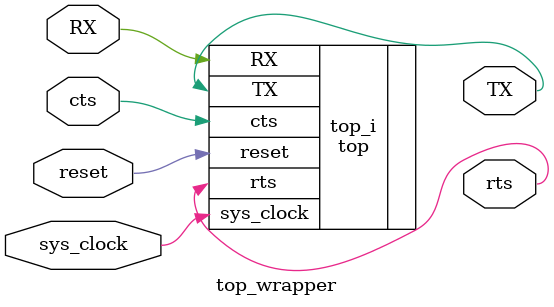
<source format=v>
`timescale 1 ps / 1 ps

module top_wrapper
   (RX,
    TX,
    cts,
    reset,
    rts,
    sys_clock);
  input RX;
  output TX;
  input cts;
  input reset;
  output rts;
  input sys_clock;

  wire RX;
  wire TX;
  wire cts;
  wire reset;
  wire rts;
  wire sys_clock;

  top top_i
       (.RX(RX),
        .TX(TX),
        .cts(cts),
        .reset(reset),
        .rts(rts),
        .sys_clock(sys_clock));
endmodule

</source>
